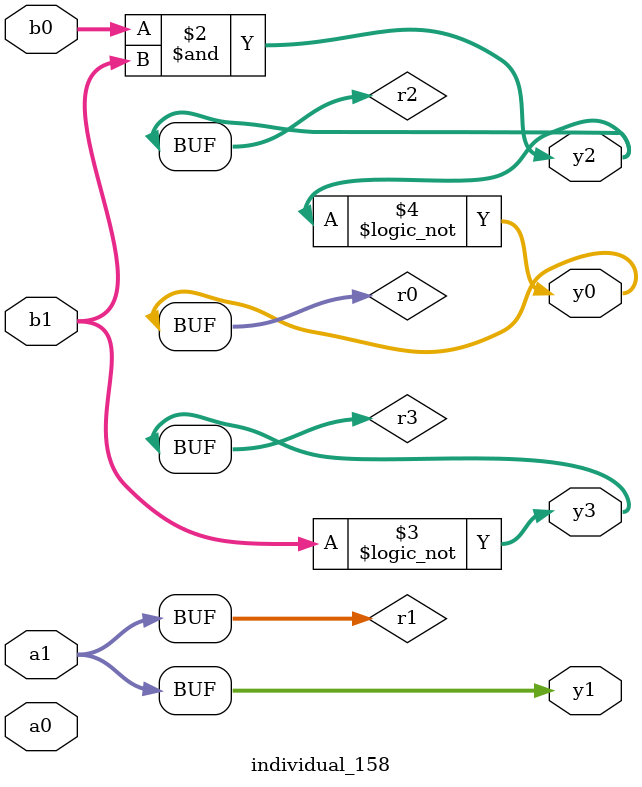
<source format=sv>
module individual_158(input logic [15:0] a1, input logic [15:0] a0, input logic [15:0] b1, input logic [15:0] b0, output logic [15:0] y3, output logic [15:0] y2, output logic [15:0] y1, output logic [15:0] y0);
logic [15:0] r0, r1, r2, r3; 
 always@(*) begin 
	 r0 = a0; r1 = a1; r2 = b0; r3 = b1; 
 	 r2  &=  r3 ;
 	 r3 = ! r3 ;
 	 r0 = ! r2 ;
 	 y3 = r3; y2 = r2; y1 = r1; y0 = r0; 
end
endmodule
</source>
